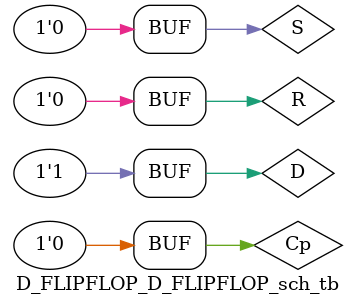
<source format=v>

`timescale 1ns / 1ps

module D_FLIPFLOP_D_FLIPFLOP_sch_tb();

// Inputs
   reg Cp;
   reg D;
   reg S;
   reg R;

// Output
   wire Q;
   wire Qbar;

// Bidirs

// Instantiate the UUT
   D_FLIPFLOP UUT (
		.Q(Q), 
		.Qbar(Qbar), 
		.Cp(Cp), 
		.D(D), 
		.S(S), 
		.R(R)
   );
// Initialize Inputs
   //`ifdef auto_init
       initial begin
		D = 0;#30;
		D = 1;#30;
		end
		always begin
		Cp = 1;#150;
		Cp = 0;#150;
		end
		always begin
		S = 1;R = 1;#50;
		S = 0;R = 0;#50;
		S = 1;R = 0;#50;
		S = 0;R = 0;#50;
		end
   //`endif
endmodule

</source>
